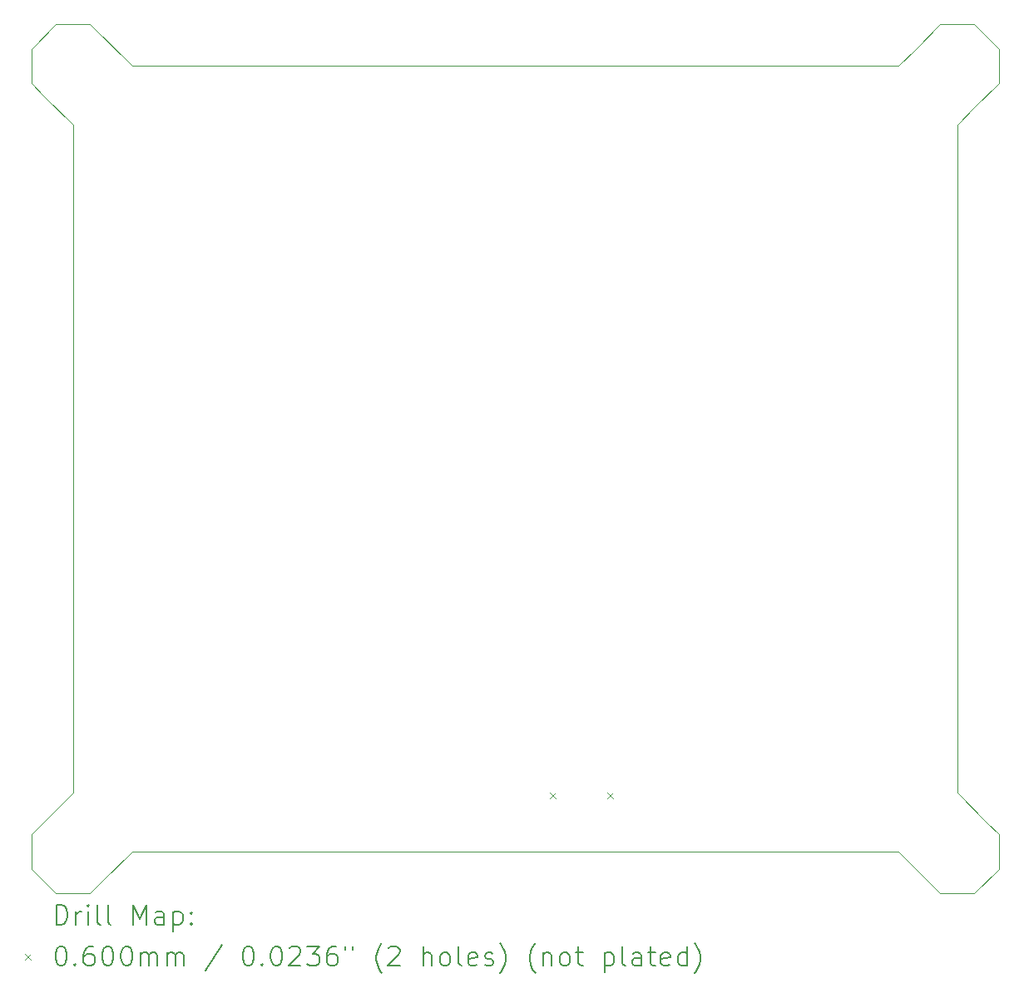
<source format=gbr>
%TF.GenerationSoftware,KiCad,Pcbnew,8.0.4*%
%TF.CreationDate,2024-11-10T19:38:01+01:00*%
%TF.ProjectId,SchrackCounter,53636872-6163-46b4-936f-756e7465722e,v0.0.4*%
%TF.SameCoordinates,Original*%
%TF.FileFunction,Drillmap*%
%TF.FilePolarity,Positive*%
%FSLAX45Y45*%
G04 Gerber Fmt 4.5, Leading zero omitted, Abs format (unit mm)*
G04 Created by KiCad (PCBNEW 8.0.4) date 2024-11-10 19:38:01*
%MOMM*%
%LPD*%
G01*
G04 APERTURE LIST*
%ADD10C,0.100000*%
%ADD11C,0.200000*%
G04 APERTURE END LIST*
D10*
X15625000Y-5333000D02*
X15275000Y-5333000D01*
X15025000Y-5583000D02*
X15275000Y-5333000D01*
X15750000Y-14058000D02*
X16050000Y-13758000D01*
X24875000Y-13933000D02*
X24875000Y-13583000D01*
X15275000Y-14183000D02*
X15025000Y-13933000D01*
X16200000Y-5758000D02*
X23850000Y-5758000D01*
X24450000Y-5333000D02*
X24625000Y-5333000D01*
X24750000Y-13458000D02*
X24875000Y-13583000D01*
X24025000Y-5583000D02*
X23850000Y-5758000D01*
X15150000Y-6058000D02*
X15025000Y-5933000D01*
X15025000Y-13583000D02*
X15450000Y-13158000D01*
X15275000Y-14183000D02*
X15625000Y-14183000D01*
X24750000Y-13458000D02*
X24450000Y-13158000D01*
X24450000Y-6358000D02*
X24450000Y-13158000D01*
X15150000Y-6058000D02*
X15450000Y-6358000D01*
X24875000Y-5583000D02*
X24875000Y-5933000D01*
X24275000Y-14183000D02*
X24625000Y-14183000D01*
X15450000Y-13158000D02*
X15450000Y-6358000D01*
X24625000Y-5333000D02*
X24875000Y-5583000D01*
X15025000Y-13583000D02*
X15025000Y-13933000D01*
X15750000Y-14058000D02*
X15625000Y-14183000D01*
X16200000Y-5758000D02*
X16050000Y-5758000D01*
X15025000Y-5583000D02*
X15025000Y-5933000D01*
X24875000Y-13933000D02*
X24625000Y-14183000D01*
X24450000Y-5333000D02*
X24275000Y-5333000D01*
X24875000Y-5933000D02*
X24625000Y-6183000D01*
X24625000Y-6183000D02*
X24450000Y-6358000D01*
X24275000Y-5333000D02*
X24025000Y-5583000D01*
X15625000Y-5333000D02*
X16050000Y-5758000D01*
X24275000Y-14183000D02*
X23850000Y-13758000D01*
X16050000Y-13758000D02*
X23850000Y-13758000D01*
D11*
D10*
X20306000Y-13156250D02*
X20366000Y-13216250D01*
X20366000Y-13156250D02*
X20306000Y-13216250D01*
X20884000Y-13156250D02*
X20944000Y-13216250D01*
X20944000Y-13156250D02*
X20884000Y-13216250D01*
D11*
X15280777Y-14499484D02*
X15280777Y-14299484D01*
X15280777Y-14299484D02*
X15328396Y-14299484D01*
X15328396Y-14299484D02*
X15356967Y-14309008D01*
X15356967Y-14309008D02*
X15376015Y-14328055D01*
X15376015Y-14328055D02*
X15385539Y-14347103D01*
X15385539Y-14347103D02*
X15395062Y-14385198D01*
X15395062Y-14385198D02*
X15395062Y-14413769D01*
X15395062Y-14413769D02*
X15385539Y-14451865D01*
X15385539Y-14451865D02*
X15376015Y-14470912D01*
X15376015Y-14470912D02*
X15356967Y-14489960D01*
X15356967Y-14489960D02*
X15328396Y-14499484D01*
X15328396Y-14499484D02*
X15280777Y-14499484D01*
X15480777Y-14499484D02*
X15480777Y-14366150D01*
X15480777Y-14404246D02*
X15490301Y-14385198D01*
X15490301Y-14385198D02*
X15499824Y-14375674D01*
X15499824Y-14375674D02*
X15518872Y-14366150D01*
X15518872Y-14366150D02*
X15537920Y-14366150D01*
X15604586Y-14499484D02*
X15604586Y-14366150D01*
X15604586Y-14299484D02*
X15595062Y-14309008D01*
X15595062Y-14309008D02*
X15604586Y-14318531D01*
X15604586Y-14318531D02*
X15614110Y-14309008D01*
X15614110Y-14309008D02*
X15604586Y-14299484D01*
X15604586Y-14299484D02*
X15604586Y-14318531D01*
X15728396Y-14499484D02*
X15709348Y-14489960D01*
X15709348Y-14489960D02*
X15699824Y-14470912D01*
X15699824Y-14470912D02*
X15699824Y-14299484D01*
X15833158Y-14499484D02*
X15814110Y-14489960D01*
X15814110Y-14489960D02*
X15804586Y-14470912D01*
X15804586Y-14470912D02*
X15804586Y-14299484D01*
X16061729Y-14499484D02*
X16061729Y-14299484D01*
X16061729Y-14299484D02*
X16128396Y-14442341D01*
X16128396Y-14442341D02*
X16195062Y-14299484D01*
X16195062Y-14299484D02*
X16195062Y-14499484D01*
X16376015Y-14499484D02*
X16376015Y-14394722D01*
X16376015Y-14394722D02*
X16366491Y-14375674D01*
X16366491Y-14375674D02*
X16347443Y-14366150D01*
X16347443Y-14366150D02*
X16309348Y-14366150D01*
X16309348Y-14366150D02*
X16290301Y-14375674D01*
X16376015Y-14489960D02*
X16356967Y-14499484D01*
X16356967Y-14499484D02*
X16309348Y-14499484D01*
X16309348Y-14499484D02*
X16290301Y-14489960D01*
X16290301Y-14489960D02*
X16280777Y-14470912D01*
X16280777Y-14470912D02*
X16280777Y-14451865D01*
X16280777Y-14451865D02*
X16290301Y-14432817D01*
X16290301Y-14432817D02*
X16309348Y-14423293D01*
X16309348Y-14423293D02*
X16356967Y-14423293D01*
X16356967Y-14423293D02*
X16376015Y-14413769D01*
X16471253Y-14366150D02*
X16471253Y-14566150D01*
X16471253Y-14375674D02*
X16490301Y-14366150D01*
X16490301Y-14366150D02*
X16528396Y-14366150D01*
X16528396Y-14366150D02*
X16547443Y-14375674D01*
X16547443Y-14375674D02*
X16556967Y-14385198D01*
X16556967Y-14385198D02*
X16566491Y-14404246D01*
X16566491Y-14404246D02*
X16566491Y-14461388D01*
X16566491Y-14461388D02*
X16556967Y-14480436D01*
X16556967Y-14480436D02*
X16547443Y-14489960D01*
X16547443Y-14489960D02*
X16528396Y-14499484D01*
X16528396Y-14499484D02*
X16490301Y-14499484D01*
X16490301Y-14499484D02*
X16471253Y-14489960D01*
X16652205Y-14480436D02*
X16661729Y-14489960D01*
X16661729Y-14489960D02*
X16652205Y-14499484D01*
X16652205Y-14499484D02*
X16642682Y-14489960D01*
X16642682Y-14489960D02*
X16652205Y-14480436D01*
X16652205Y-14480436D02*
X16652205Y-14499484D01*
X16652205Y-14375674D02*
X16661729Y-14385198D01*
X16661729Y-14385198D02*
X16652205Y-14394722D01*
X16652205Y-14394722D02*
X16642682Y-14385198D01*
X16642682Y-14385198D02*
X16652205Y-14375674D01*
X16652205Y-14375674D02*
X16652205Y-14394722D01*
D10*
X14960000Y-14798000D02*
X15020000Y-14858000D01*
X15020000Y-14798000D02*
X14960000Y-14858000D01*
D11*
X15318872Y-14719484D02*
X15337920Y-14719484D01*
X15337920Y-14719484D02*
X15356967Y-14729008D01*
X15356967Y-14729008D02*
X15366491Y-14738531D01*
X15366491Y-14738531D02*
X15376015Y-14757579D01*
X15376015Y-14757579D02*
X15385539Y-14795674D01*
X15385539Y-14795674D02*
X15385539Y-14843293D01*
X15385539Y-14843293D02*
X15376015Y-14881388D01*
X15376015Y-14881388D02*
X15366491Y-14900436D01*
X15366491Y-14900436D02*
X15356967Y-14909960D01*
X15356967Y-14909960D02*
X15337920Y-14919484D01*
X15337920Y-14919484D02*
X15318872Y-14919484D01*
X15318872Y-14919484D02*
X15299824Y-14909960D01*
X15299824Y-14909960D02*
X15290301Y-14900436D01*
X15290301Y-14900436D02*
X15280777Y-14881388D01*
X15280777Y-14881388D02*
X15271253Y-14843293D01*
X15271253Y-14843293D02*
X15271253Y-14795674D01*
X15271253Y-14795674D02*
X15280777Y-14757579D01*
X15280777Y-14757579D02*
X15290301Y-14738531D01*
X15290301Y-14738531D02*
X15299824Y-14729008D01*
X15299824Y-14729008D02*
X15318872Y-14719484D01*
X15471253Y-14900436D02*
X15480777Y-14909960D01*
X15480777Y-14909960D02*
X15471253Y-14919484D01*
X15471253Y-14919484D02*
X15461729Y-14909960D01*
X15461729Y-14909960D02*
X15471253Y-14900436D01*
X15471253Y-14900436D02*
X15471253Y-14919484D01*
X15652205Y-14719484D02*
X15614110Y-14719484D01*
X15614110Y-14719484D02*
X15595062Y-14729008D01*
X15595062Y-14729008D02*
X15585539Y-14738531D01*
X15585539Y-14738531D02*
X15566491Y-14767103D01*
X15566491Y-14767103D02*
X15556967Y-14805198D01*
X15556967Y-14805198D02*
X15556967Y-14881388D01*
X15556967Y-14881388D02*
X15566491Y-14900436D01*
X15566491Y-14900436D02*
X15576015Y-14909960D01*
X15576015Y-14909960D02*
X15595062Y-14919484D01*
X15595062Y-14919484D02*
X15633158Y-14919484D01*
X15633158Y-14919484D02*
X15652205Y-14909960D01*
X15652205Y-14909960D02*
X15661729Y-14900436D01*
X15661729Y-14900436D02*
X15671253Y-14881388D01*
X15671253Y-14881388D02*
X15671253Y-14833769D01*
X15671253Y-14833769D02*
X15661729Y-14814722D01*
X15661729Y-14814722D02*
X15652205Y-14805198D01*
X15652205Y-14805198D02*
X15633158Y-14795674D01*
X15633158Y-14795674D02*
X15595062Y-14795674D01*
X15595062Y-14795674D02*
X15576015Y-14805198D01*
X15576015Y-14805198D02*
X15566491Y-14814722D01*
X15566491Y-14814722D02*
X15556967Y-14833769D01*
X15795062Y-14719484D02*
X15814110Y-14719484D01*
X15814110Y-14719484D02*
X15833158Y-14729008D01*
X15833158Y-14729008D02*
X15842682Y-14738531D01*
X15842682Y-14738531D02*
X15852205Y-14757579D01*
X15852205Y-14757579D02*
X15861729Y-14795674D01*
X15861729Y-14795674D02*
X15861729Y-14843293D01*
X15861729Y-14843293D02*
X15852205Y-14881388D01*
X15852205Y-14881388D02*
X15842682Y-14900436D01*
X15842682Y-14900436D02*
X15833158Y-14909960D01*
X15833158Y-14909960D02*
X15814110Y-14919484D01*
X15814110Y-14919484D02*
X15795062Y-14919484D01*
X15795062Y-14919484D02*
X15776015Y-14909960D01*
X15776015Y-14909960D02*
X15766491Y-14900436D01*
X15766491Y-14900436D02*
X15756967Y-14881388D01*
X15756967Y-14881388D02*
X15747443Y-14843293D01*
X15747443Y-14843293D02*
X15747443Y-14795674D01*
X15747443Y-14795674D02*
X15756967Y-14757579D01*
X15756967Y-14757579D02*
X15766491Y-14738531D01*
X15766491Y-14738531D02*
X15776015Y-14729008D01*
X15776015Y-14729008D02*
X15795062Y-14719484D01*
X15985539Y-14719484D02*
X16004586Y-14719484D01*
X16004586Y-14719484D02*
X16023634Y-14729008D01*
X16023634Y-14729008D02*
X16033158Y-14738531D01*
X16033158Y-14738531D02*
X16042682Y-14757579D01*
X16042682Y-14757579D02*
X16052205Y-14795674D01*
X16052205Y-14795674D02*
X16052205Y-14843293D01*
X16052205Y-14843293D02*
X16042682Y-14881388D01*
X16042682Y-14881388D02*
X16033158Y-14900436D01*
X16033158Y-14900436D02*
X16023634Y-14909960D01*
X16023634Y-14909960D02*
X16004586Y-14919484D01*
X16004586Y-14919484D02*
X15985539Y-14919484D01*
X15985539Y-14919484D02*
X15966491Y-14909960D01*
X15966491Y-14909960D02*
X15956967Y-14900436D01*
X15956967Y-14900436D02*
X15947443Y-14881388D01*
X15947443Y-14881388D02*
X15937920Y-14843293D01*
X15937920Y-14843293D02*
X15937920Y-14795674D01*
X15937920Y-14795674D02*
X15947443Y-14757579D01*
X15947443Y-14757579D02*
X15956967Y-14738531D01*
X15956967Y-14738531D02*
X15966491Y-14729008D01*
X15966491Y-14729008D02*
X15985539Y-14719484D01*
X16137920Y-14919484D02*
X16137920Y-14786150D01*
X16137920Y-14805198D02*
X16147443Y-14795674D01*
X16147443Y-14795674D02*
X16166491Y-14786150D01*
X16166491Y-14786150D02*
X16195063Y-14786150D01*
X16195063Y-14786150D02*
X16214110Y-14795674D01*
X16214110Y-14795674D02*
X16223634Y-14814722D01*
X16223634Y-14814722D02*
X16223634Y-14919484D01*
X16223634Y-14814722D02*
X16233158Y-14795674D01*
X16233158Y-14795674D02*
X16252205Y-14786150D01*
X16252205Y-14786150D02*
X16280777Y-14786150D01*
X16280777Y-14786150D02*
X16299824Y-14795674D01*
X16299824Y-14795674D02*
X16309348Y-14814722D01*
X16309348Y-14814722D02*
X16309348Y-14919484D01*
X16404586Y-14919484D02*
X16404586Y-14786150D01*
X16404586Y-14805198D02*
X16414110Y-14795674D01*
X16414110Y-14795674D02*
X16433158Y-14786150D01*
X16433158Y-14786150D02*
X16461729Y-14786150D01*
X16461729Y-14786150D02*
X16480777Y-14795674D01*
X16480777Y-14795674D02*
X16490301Y-14814722D01*
X16490301Y-14814722D02*
X16490301Y-14919484D01*
X16490301Y-14814722D02*
X16499824Y-14795674D01*
X16499824Y-14795674D02*
X16518872Y-14786150D01*
X16518872Y-14786150D02*
X16547443Y-14786150D01*
X16547443Y-14786150D02*
X16566491Y-14795674D01*
X16566491Y-14795674D02*
X16576015Y-14814722D01*
X16576015Y-14814722D02*
X16576015Y-14919484D01*
X16966491Y-14709960D02*
X16795063Y-14967103D01*
X17223634Y-14719484D02*
X17242682Y-14719484D01*
X17242682Y-14719484D02*
X17261729Y-14729008D01*
X17261729Y-14729008D02*
X17271253Y-14738531D01*
X17271253Y-14738531D02*
X17280777Y-14757579D01*
X17280777Y-14757579D02*
X17290301Y-14795674D01*
X17290301Y-14795674D02*
X17290301Y-14843293D01*
X17290301Y-14843293D02*
X17280777Y-14881388D01*
X17280777Y-14881388D02*
X17271253Y-14900436D01*
X17271253Y-14900436D02*
X17261729Y-14909960D01*
X17261729Y-14909960D02*
X17242682Y-14919484D01*
X17242682Y-14919484D02*
X17223634Y-14919484D01*
X17223634Y-14919484D02*
X17204587Y-14909960D01*
X17204587Y-14909960D02*
X17195063Y-14900436D01*
X17195063Y-14900436D02*
X17185539Y-14881388D01*
X17185539Y-14881388D02*
X17176015Y-14843293D01*
X17176015Y-14843293D02*
X17176015Y-14795674D01*
X17176015Y-14795674D02*
X17185539Y-14757579D01*
X17185539Y-14757579D02*
X17195063Y-14738531D01*
X17195063Y-14738531D02*
X17204587Y-14729008D01*
X17204587Y-14729008D02*
X17223634Y-14719484D01*
X17376015Y-14900436D02*
X17385539Y-14909960D01*
X17385539Y-14909960D02*
X17376015Y-14919484D01*
X17376015Y-14919484D02*
X17366491Y-14909960D01*
X17366491Y-14909960D02*
X17376015Y-14900436D01*
X17376015Y-14900436D02*
X17376015Y-14919484D01*
X17509348Y-14719484D02*
X17528396Y-14719484D01*
X17528396Y-14719484D02*
X17547444Y-14729008D01*
X17547444Y-14729008D02*
X17556968Y-14738531D01*
X17556968Y-14738531D02*
X17566491Y-14757579D01*
X17566491Y-14757579D02*
X17576015Y-14795674D01*
X17576015Y-14795674D02*
X17576015Y-14843293D01*
X17576015Y-14843293D02*
X17566491Y-14881388D01*
X17566491Y-14881388D02*
X17556968Y-14900436D01*
X17556968Y-14900436D02*
X17547444Y-14909960D01*
X17547444Y-14909960D02*
X17528396Y-14919484D01*
X17528396Y-14919484D02*
X17509348Y-14919484D01*
X17509348Y-14919484D02*
X17490301Y-14909960D01*
X17490301Y-14909960D02*
X17480777Y-14900436D01*
X17480777Y-14900436D02*
X17471253Y-14881388D01*
X17471253Y-14881388D02*
X17461729Y-14843293D01*
X17461729Y-14843293D02*
X17461729Y-14795674D01*
X17461729Y-14795674D02*
X17471253Y-14757579D01*
X17471253Y-14757579D02*
X17480777Y-14738531D01*
X17480777Y-14738531D02*
X17490301Y-14729008D01*
X17490301Y-14729008D02*
X17509348Y-14719484D01*
X17652206Y-14738531D02*
X17661729Y-14729008D01*
X17661729Y-14729008D02*
X17680777Y-14719484D01*
X17680777Y-14719484D02*
X17728396Y-14719484D01*
X17728396Y-14719484D02*
X17747444Y-14729008D01*
X17747444Y-14729008D02*
X17756968Y-14738531D01*
X17756968Y-14738531D02*
X17766491Y-14757579D01*
X17766491Y-14757579D02*
X17766491Y-14776627D01*
X17766491Y-14776627D02*
X17756968Y-14805198D01*
X17756968Y-14805198D02*
X17642682Y-14919484D01*
X17642682Y-14919484D02*
X17766491Y-14919484D01*
X17833158Y-14719484D02*
X17956968Y-14719484D01*
X17956968Y-14719484D02*
X17890301Y-14795674D01*
X17890301Y-14795674D02*
X17918872Y-14795674D01*
X17918872Y-14795674D02*
X17937920Y-14805198D01*
X17937920Y-14805198D02*
X17947444Y-14814722D01*
X17947444Y-14814722D02*
X17956968Y-14833769D01*
X17956968Y-14833769D02*
X17956968Y-14881388D01*
X17956968Y-14881388D02*
X17947444Y-14900436D01*
X17947444Y-14900436D02*
X17937920Y-14909960D01*
X17937920Y-14909960D02*
X17918872Y-14919484D01*
X17918872Y-14919484D02*
X17861729Y-14919484D01*
X17861729Y-14919484D02*
X17842682Y-14909960D01*
X17842682Y-14909960D02*
X17833158Y-14900436D01*
X18128396Y-14719484D02*
X18090301Y-14719484D01*
X18090301Y-14719484D02*
X18071253Y-14729008D01*
X18071253Y-14729008D02*
X18061729Y-14738531D01*
X18061729Y-14738531D02*
X18042682Y-14767103D01*
X18042682Y-14767103D02*
X18033158Y-14805198D01*
X18033158Y-14805198D02*
X18033158Y-14881388D01*
X18033158Y-14881388D02*
X18042682Y-14900436D01*
X18042682Y-14900436D02*
X18052206Y-14909960D01*
X18052206Y-14909960D02*
X18071253Y-14919484D01*
X18071253Y-14919484D02*
X18109349Y-14919484D01*
X18109349Y-14919484D02*
X18128396Y-14909960D01*
X18128396Y-14909960D02*
X18137920Y-14900436D01*
X18137920Y-14900436D02*
X18147444Y-14881388D01*
X18147444Y-14881388D02*
X18147444Y-14833769D01*
X18147444Y-14833769D02*
X18137920Y-14814722D01*
X18137920Y-14814722D02*
X18128396Y-14805198D01*
X18128396Y-14805198D02*
X18109349Y-14795674D01*
X18109349Y-14795674D02*
X18071253Y-14795674D01*
X18071253Y-14795674D02*
X18052206Y-14805198D01*
X18052206Y-14805198D02*
X18042682Y-14814722D01*
X18042682Y-14814722D02*
X18033158Y-14833769D01*
X18223634Y-14719484D02*
X18223634Y-14757579D01*
X18299825Y-14719484D02*
X18299825Y-14757579D01*
X18595063Y-14995674D02*
X18585539Y-14986150D01*
X18585539Y-14986150D02*
X18566491Y-14957579D01*
X18566491Y-14957579D02*
X18556968Y-14938531D01*
X18556968Y-14938531D02*
X18547444Y-14909960D01*
X18547444Y-14909960D02*
X18537920Y-14862341D01*
X18537920Y-14862341D02*
X18537920Y-14824246D01*
X18537920Y-14824246D02*
X18547444Y-14776627D01*
X18547444Y-14776627D02*
X18556968Y-14748055D01*
X18556968Y-14748055D02*
X18566491Y-14729008D01*
X18566491Y-14729008D02*
X18585539Y-14700436D01*
X18585539Y-14700436D02*
X18595063Y-14690912D01*
X18661730Y-14738531D02*
X18671253Y-14729008D01*
X18671253Y-14729008D02*
X18690301Y-14719484D01*
X18690301Y-14719484D02*
X18737920Y-14719484D01*
X18737920Y-14719484D02*
X18756968Y-14729008D01*
X18756968Y-14729008D02*
X18766491Y-14738531D01*
X18766491Y-14738531D02*
X18776015Y-14757579D01*
X18776015Y-14757579D02*
X18776015Y-14776627D01*
X18776015Y-14776627D02*
X18766491Y-14805198D01*
X18766491Y-14805198D02*
X18652206Y-14919484D01*
X18652206Y-14919484D02*
X18776015Y-14919484D01*
X19014111Y-14919484D02*
X19014111Y-14719484D01*
X19099825Y-14919484D02*
X19099825Y-14814722D01*
X19099825Y-14814722D02*
X19090301Y-14795674D01*
X19090301Y-14795674D02*
X19071253Y-14786150D01*
X19071253Y-14786150D02*
X19042682Y-14786150D01*
X19042682Y-14786150D02*
X19023634Y-14795674D01*
X19023634Y-14795674D02*
X19014111Y-14805198D01*
X19223634Y-14919484D02*
X19204587Y-14909960D01*
X19204587Y-14909960D02*
X19195063Y-14900436D01*
X19195063Y-14900436D02*
X19185539Y-14881388D01*
X19185539Y-14881388D02*
X19185539Y-14824246D01*
X19185539Y-14824246D02*
X19195063Y-14805198D01*
X19195063Y-14805198D02*
X19204587Y-14795674D01*
X19204587Y-14795674D02*
X19223634Y-14786150D01*
X19223634Y-14786150D02*
X19252206Y-14786150D01*
X19252206Y-14786150D02*
X19271253Y-14795674D01*
X19271253Y-14795674D02*
X19280777Y-14805198D01*
X19280777Y-14805198D02*
X19290301Y-14824246D01*
X19290301Y-14824246D02*
X19290301Y-14881388D01*
X19290301Y-14881388D02*
X19280777Y-14900436D01*
X19280777Y-14900436D02*
X19271253Y-14909960D01*
X19271253Y-14909960D02*
X19252206Y-14919484D01*
X19252206Y-14919484D02*
X19223634Y-14919484D01*
X19404587Y-14919484D02*
X19385539Y-14909960D01*
X19385539Y-14909960D02*
X19376015Y-14890912D01*
X19376015Y-14890912D02*
X19376015Y-14719484D01*
X19556968Y-14909960D02*
X19537920Y-14919484D01*
X19537920Y-14919484D02*
X19499825Y-14919484D01*
X19499825Y-14919484D02*
X19480777Y-14909960D01*
X19480777Y-14909960D02*
X19471253Y-14890912D01*
X19471253Y-14890912D02*
X19471253Y-14814722D01*
X19471253Y-14814722D02*
X19480777Y-14795674D01*
X19480777Y-14795674D02*
X19499825Y-14786150D01*
X19499825Y-14786150D02*
X19537920Y-14786150D01*
X19537920Y-14786150D02*
X19556968Y-14795674D01*
X19556968Y-14795674D02*
X19566492Y-14814722D01*
X19566492Y-14814722D02*
X19566492Y-14833769D01*
X19566492Y-14833769D02*
X19471253Y-14852817D01*
X19642682Y-14909960D02*
X19661730Y-14919484D01*
X19661730Y-14919484D02*
X19699825Y-14919484D01*
X19699825Y-14919484D02*
X19718873Y-14909960D01*
X19718873Y-14909960D02*
X19728396Y-14890912D01*
X19728396Y-14890912D02*
X19728396Y-14881388D01*
X19728396Y-14881388D02*
X19718873Y-14862341D01*
X19718873Y-14862341D02*
X19699825Y-14852817D01*
X19699825Y-14852817D02*
X19671253Y-14852817D01*
X19671253Y-14852817D02*
X19652206Y-14843293D01*
X19652206Y-14843293D02*
X19642682Y-14824246D01*
X19642682Y-14824246D02*
X19642682Y-14814722D01*
X19642682Y-14814722D02*
X19652206Y-14795674D01*
X19652206Y-14795674D02*
X19671253Y-14786150D01*
X19671253Y-14786150D02*
X19699825Y-14786150D01*
X19699825Y-14786150D02*
X19718873Y-14795674D01*
X19795063Y-14995674D02*
X19804587Y-14986150D01*
X19804587Y-14986150D02*
X19823634Y-14957579D01*
X19823634Y-14957579D02*
X19833158Y-14938531D01*
X19833158Y-14938531D02*
X19842682Y-14909960D01*
X19842682Y-14909960D02*
X19852206Y-14862341D01*
X19852206Y-14862341D02*
X19852206Y-14824246D01*
X19852206Y-14824246D02*
X19842682Y-14776627D01*
X19842682Y-14776627D02*
X19833158Y-14748055D01*
X19833158Y-14748055D02*
X19823634Y-14729008D01*
X19823634Y-14729008D02*
X19804587Y-14700436D01*
X19804587Y-14700436D02*
X19795063Y-14690912D01*
X20156968Y-14995674D02*
X20147444Y-14986150D01*
X20147444Y-14986150D02*
X20128396Y-14957579D01*
X20128396Y-14957579D02*
X20118873Y-14938531D01*
X20118873Y-14938531D02*
X20109349Y-14909960D01*
X20109349Y-14909960D02*
X20099825Y-14862341D01*
X20099825Y-14862341D02*
X20099825Y-14824246D01*
X20099825Y-14824246D02*
X20109349Y-14776627D01*
X20109349Y-14776627D02*
X20118873Y-14748055D01*
X20118873Y-14748055D02*
X20128396Y-14729008D01*
X20128396Y-14729008D02*
X20147444Y-14700436D01*
X20147444Y-14700436D02*
X20156968Y-14690912D01*
X20233158Y-14786150D02*
X20233158Y-14919484D01*
X20233158Y-14805198D02*
X20242682Y-14795674D01*
X20242682Y-14795674D02*
X20261730Y-14786150D01*
X20261730Y-14786150D02*
X20290301Y-14786150D01*
X20290301Y-14786150D02*
X20309349Y-14795674D01*
X20309349Y-14795674D02*
X20318873Y-14814722D01*
X20318873Y-14814722D02*
X20318873Y-14919484D01*
X20442682Y-14919484D02*
X20423634Y-14909960D01*
X20423634Y-14909960D02*
X20414111Y-14900436D01*
X20414111Y-14900436D02*
X20404587Y-14881388D01*
X20404587Y-14881388D02*
X20404587Y-14824246D01*
X20404587Y-14824246D02*
X20414111Y-14805198D01*
X20414111Y-14805198D02*
X20423634Y-14795674D01*
X20423634Y-14795674D02*
X20442682Y-14786150D01*
X20442682Y-14786150D02*
X20471254Y-14786150D01*
X20471254Y-14786150D02*
X20490301Y-14795674D01*
X20490301Y-14795674D02*
X20499825Y-14805198D01*
X20499825Y-14805198D02*
X20509349Y-14824246D01*
X20509349Y-14824246D02*
X20509349Y-14881388D01*
X20509349Y-14881388D02*
X20499825Y-14900436D01*
X20499825Y-14900436D02*
X20490301Y-14909960D01*
X20490301Y-14909960D02*
X20471254Y-14919484D01*
X20471254Y-14919484D02*
X20442682Y-14919484D01*
X20566492Y-14786150D02*
X20642682Y-14786150D01*
X20595063Y-14719484D02*
X20595063Y-14890912D01*
X20595063Y-14890912D02*
X20604587Y-14909960D01*
X20604587Y-14909960D02*
X20623634Y-14919484D01*
X20623634Y-14919484D02*
X20642682Y-14919484D01*
X20861730Y-14786150D02*
X20861730Y-14986150D01*
X20861730Y-14795674D02*
X20880777Y-14786150D01*
X20880777Y-14786150D02*
X20918873Y-14786150D01*
X20918873Y-14786150D02*
X20937920Y-14795674D01*
X20937920Y-14795674D02*
X20947444Y-14805198D01*
X20947444Y-14805198D02*
X20956968Y-14824246D01*
X20956968Y-14824246D02*
X20956968Y-14881388D01*
X20956968Y-14881388D02*
X20947444Y-14900436D01*
X20947444Y-14900436D02*
X20937920Y-14909960D01*
X20937920Y-14909960D02*
X20918873Y-14919484D01*
X20918873Y-14919484D02*
X20880777Y-14919484D01*
X20880777Y-14919484D02*
X20861730Y-14909960D01*
X21071254Y-14919484D02*
X21052206Y-14909960D01*
X21052206Y-14909960D02*
X21042682Y-14890912D01*
X21042682Y-14890912D02*
X21042682Y-14719484D01*
X21233158Y-14919484D02*
X21233158Y-14814722D01*
X21233158Y-14814722D02*
X21223635Y-14795674D01*
X21223635Y-14795674D02*
X21204587Y-14786150D01*
X21204587Y-14786150D02*
X21166492Y-14786150D01*
X21166492Y-14786150D02*
X21147444Y-14795674D01*
X21233158Y-14909960D02*
X21214111Y-14919484D01*
X21214111Y-14919484D02*
X21166492Y-14919484D01*
X21166492Y-14919484D02*
X21147444Y-14909960D01*
X21147444Y-14909960D02*
X21137920Y-14890912D01*
X21137920Y-14890912D02*
X21137920Y-14871865D01*
X21137920Y-14871865D02*
X21147444Y-14852817D01*
X21147444Y-14852817D02*
X21166492Y-14843293D01*
X21166492Y-14843293D02*
X21214111Y-14843293D01*
X21214111Y-14843293D02*
X21233158Y-14833769D01*
X21299825Y-14786150D02*
X21376015Y-14786150D01*
X21328396Y-14719484D02*
X21328396Y-14890912D01*
X21328396Y-14890912D02*
X21337920Y-14909960D01*
X21337920Y-14909960D02*
X21356968Y-14919484D01*
X21356968Y-14919484D02*
X21376015Y-14919484D01*
X21518873Y-14909960D02*
X21499825Y-14919484D01*
X21499825Y-14919484D02*
X21461730Y-14919484D01*
X21461730Y-14919484D02*
X21442682Y-14909960D01*
X21442682Y-14909960D02*
X21433158Y-14890912D01*
X21433158Y-14890912D02*
X21433158Y-14814722D01*
X21433158Y-14814722D02*
X21442682Y-14795674D01*
X21442682Y-14795674D02*
X21461730Y-14786150D01*
X21461730Y-14786150D02*
X21499825Y-14786150D01*
X21499825Y-14786150D02*
X21518873Y-14795674D01*
X21518873Y-14795674D02*
X21528396Y-14814722D01*
X21528396Y-14814722D02*
X21528396Y-14833769D01*
X21528396Y-14833769D02*
X21433158Y-14852817D01*
X21699825Y-14919484D02*
X21699825Y-14719484D01*
X21699825Y-14909960D02*
X21680777Y-14919484D01*
X21680777Y-14919484D02*
X21642682Y-14919484D01*
X21642682Y-14919484D02*
X21623635Y-14909960D01*
X21623635Y-14909960D02*
X21614111Y-14900436D01*
X21614111Y-14900436D02*
X21604587Y-14881388D01*
X21604587Y-14881388D02*
X21604587Y-14824246D01*
X21604587Y-14824246D02*
X21614111Y-14805198D01*
X21614111Y-14805198D02*
X21623635Y-14795674D01*
X21623635Y-14795674D02*
X21642682Y-14786150D01*
X21642682Y-14786150D02*
X21680777Y-14786150D01*
X21680777Y-14786150D02*
X21699825Y-14795674D01*
X21776016Y-14995674D02*
X21785539Y-14986150D01*
X21785539Y-14986150D02*
X21804587Y-14957579D01*
X21804587Y-14957579D02*
X21814111Y-14938531D01*
X21814111Y-14938531D02*
X21823635Y-14909960D01*
X21823635Y-14909960D02*
X21833158Y-14862341D01*
X21833158Y-14862341D02*
X21833158Y-14824246D01*
X21833158Y-14824246D02*
X21823635Y-14776627D01*
X21823635Y-14776627D02*
X21814111Y-14748055D01*
X21814111Y-14748055D02*
X21804587Y-14729008D01*
X21804587Y-14729008D02*
X21785539Y-14700436D01*
X21785539Y-14700436D02*
X21776016Y-14690912D01*
M02*

</source>
